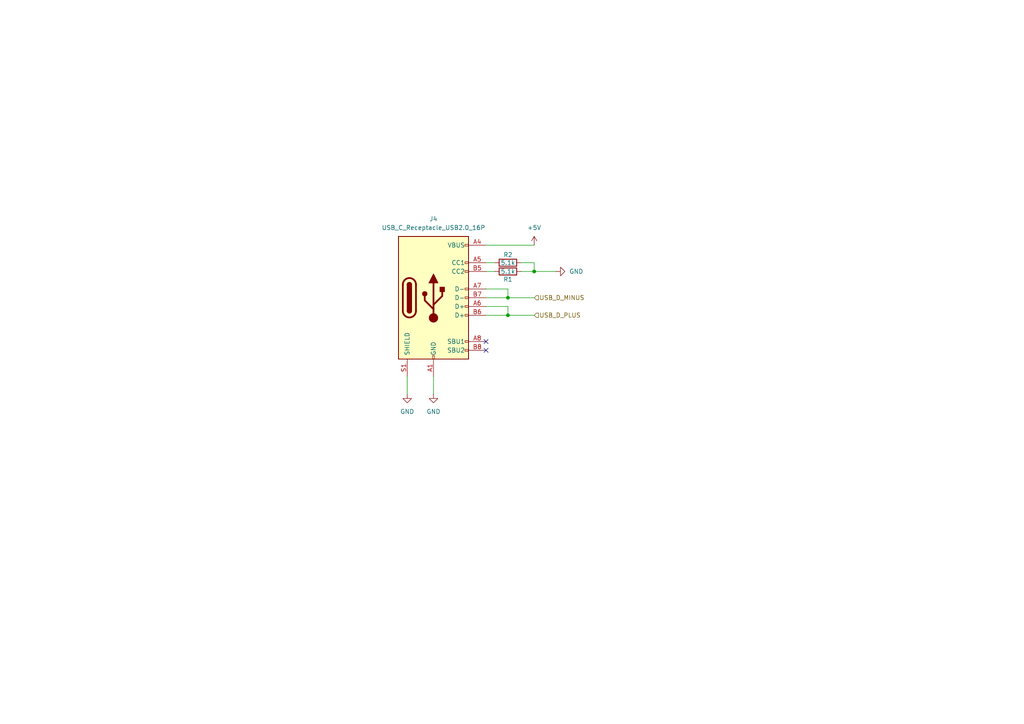
<source format=kicad_sch>
(kicad_sch (version 20250114) (generator "eeschema") (generator_version "9.0")
  (paper "A4")
  (lib_symbols
    (symbol "Connector:USB_C_Receptacle_USB2.0_16P" (pin_names (offset 1.016))
      (property "Reference" "J" (at 0 22.225 0))
      (property "Value" "USB_C_Receptacle_USB2.0_16P" (at 0 19.685 0))
      (symbol "USB_C_Receptacle_USB2.0_16P_0_0"
        (rectangle (start -0.254 -17.78) (end 0.254 -16.764))
        (rectangle (start 10.16 15.494) (end 9.144 14.986))
        (rectangle (start 10.16 10.414) (end 9.144 9.906))
        (rectangle (start 10.16 7.874) (end 9.144 7.366))
        (rectangle (start 10.16 2.794) (end 9.144 2.286))
        (rectangle (start 10.16 0.254) (end 9.144 -0.254))
        (rectangle (start 10.16 -2.286) (end 9.144 -2.794))
        (rectangle (start 10.16 -4.826) (end 9.144 -5.334))
        (rectangle (start 10.16 -12.446) (end 9.144 -12.954))
        (rectangle (start 10.16 -14.986) (end 9.144 -15.494))
      )
      (symbol "USB_C_Receptacle_USB2.0_16P_0_1"
        (rectangle (start -10.16 17.78) (end 10.16 -17.78) (stroke (width 0.254)) (fill (type background)))
        (polyline (pts (xy -8.89 -3.81) (xy -8.89 3.81)) (stroke (width 0.508)))
        (rectangle (start -7.62 -3.81) (end -6.35 3.81) (stroke (width 0.254)) (fill (type outline)))
        (arc (start -7.62 3.81) (mid -6.985 4.4423) (end -6.35 3.81) (stroke (width 0.254)))
        (arc (start -7.62 3.81) (mid -6.985 4.4423) (end -6.35 3.81) (stroke (width 0.254)) (fill (type outline)))
        (arc (start -8.89 3.81) (mid -6.985 5.7067) (end -5.08 3.81) (stroke (width 0.508)))
        (arc (start -5.08 -3.81) (mid -6.985 -5.7067) (end -8.89 -3.81) (stroke (width 0.508)))
        (arc (start -6.35 -3.81) (mid -6.985 -4.4423) (end -7.62 -3.81) (stroke (width 0.254)))
        (arc (start -6.35 -3.81) (mid -6.985 -4.4423) (end -7.62 -3.81) (stroke (width 0.254)) (fill (type outline)))
        (polyline (pts (xy -5.08 3.81) (xy -5.08 -3.81)) (stroke (width 0.508)))
        (circle (center -2.54 1.143) (radius 0.635) (stroke (width 0.254)) (fill (type outline)))
        (polyline (pts (xy -1.27 4.318) (xy 0 6.858) (xy 1.27 4.318) (xy -1.27 4.318)) (stroke (width 0.254)) (fill (type outline)))
        (polyline (pts (xy 0 -2.032) (xy 2.54 0.508) (xy 2.54 1.778)) (stroke (width 0.508)))
        (polyline (pts (xy 0 -3.302) (xy -2.54 -0.762) (xy -2.54 0.508)) (stroke (width 0.508)))
        (polyline (pts (xy 0 -5.842) (xy 0 4.318)) (stroke (width 0.508)))
        (circle (center 0 -5.842) (radius 1.27) (fill (type outline)))
        (rectangle (start 1.905 1.778) (end 3.175 3.048) (stroke (width 0.254)) (fill (type outline)))
      )
      (symbol "USB_C_Receptacle_USB2.0_16P_1_1"
        (pin passive line (at -7.62 -22.86 90) (length 5.08) (name "SHIELD") (number "S1"))
        (pin passive line (at 0 -22.86 90) (length 5.08) (name "GND") (number "A1"))
        (pin passive line (at 0 -22.86 90) (length 5.08) (hide yes) (name "GND") (number "A12"))
        (pin passive line (at 0 -22.86 90) (length 5.08) (hide yes) (name "GND") (number "B1"))
        (pin passive line (at 0 -22.86 90) (length 5.08) (hide yes) (name "GND") (number "B12"))
        (pin passive line (at 15.24 15.24 180) (length 5.08) (name "VBUS") (number "A4"))
        (pin passive line (at 15.24 15.24 180) (length 5.08) (hide yes) (name "VBUS") (number "A9"))
        (pin passive line (at 15.24 15.24 180) (length 5.08) (hide yes) (name "VBUS") (number "B4"))
        (pin passive line (at 15.24 15.24 180) (length 5.08) (hide yes) (name "VBUS") (number "B9"))
        (pin bidirectional line (at 15.24 10.16 180) (length 5.08) (name "CC1") (number "A5"))
        (pin bidirectional line (at 15.24 7.62 180) (length 5.08) (name "CC2") (number "B5"))
        (pin bidirectional line (at 15.24 2.54 180) (length 5.08) (name "D-") (number "A7"))
        (pin bidirectional line (at 15.24 0 180) (length 5.08) (name "D-") (number "B7"))
        (pin bidirectional line (at 15.24 -2.54 180) (length 5.08) (name "D+") (number "A6"))
        (pin bidirectional line (at 15.24 -5.08 180) (length 5.08) (name "D+") (number "B6"))
        (pin bidirectional line (at 15.24 -12.7 180) (length 5.08) (name "SBU1") (number "A8"))
        (pin bidirectional line (at 15.24 -15.24 180) (length 5.08) (name "SBU2") (number "B8"))
      )
    )
    (symbol "Device:R" (pin_numbers (hide yes)) (pin_names (offset 0))
      (property "Reference" "R" (at 2.032 0 90))
      (property "Value" "R" (at 0 0 90))
      (symbol "R_0_1"
        (rectangle (start -1.016 -2.54) (end 1.016 2.54) (stroke (width 0.254)))
      )
      (symbol "R_1_1"
        (pin passive line (at 0 3.81 270) (length 1.27) (name "~") (number "1"))
        (pin passive line (at 0 -3.81 90) (length 1.27) (name "~") (number "2"))
      )
    )
    (symbol "power:+5V" (power) (pin_numbers (hide yes)) (pin_names (offset 0) (hide yes))
      (property "Value" "+5V" (at 0 3.556 0))
      (symbol "+5V_0_1"
        (polyline (pts (xy -0.762 1.27) (xy 0 2.54)))
        (polyline (pts (xy 0 2.54) (xy 0.762 1.27)))
        (polyline (pts (xy 0 0) (xy 0 2.54)))
      )
      (symbol "+5V_1_1"
        (pin power_in line (at 0 0 90) (length 0) (name "~") (number "1"))
      )
    )
    (symbol "power:GND" (power) (pin_numbers (hide yes)) (pin_names (offset 0) (hide yes))
      (property "Value" "GND" (at 0 -3.81 0))
      (symbol "GND_0_1"
        (polyline (pts (xy 0 0) (xy 0 -1.27) (xy 1.27 -1.27) (xy 0 -2.54) (xy -1.27 -1.27) (xy 0 -1.27)))
      )
      (symbol "GND_1_1"
        (pin power_in line (at 0 0 270) (length 0) (name "~") (number "1"))
      )
    )
  )
  (junction (at 147.32 91.44))
  (junction (at 154.94 78.74))
  (junction (at 147.32 86.36))
  (no_connect (at 140.97 99.06))
  (no_connect (at 140.97 101.6))
  (wire (pts (xy 147.32 83.82) (xy 147.32 86.36)))
  (wire (pts (xy 140.97 86.36) (xy 147.32 86.36)))
  (wire (pts (xy 140.97 88.9) (xy 147.32 88.9)))
  (wire (pts (xy 125.73 109.22) (xy 125.73 114.3)))
  (wire (pts (xy 140.97 91.44) (xy 147.32 91.44)))
  (wire (pts (xy 140.97 76.2) (xy 143.51 76.2)))
  (wire (pts (xy 154.94 76.2) (xy 154.94 78.74)))
  (wire (pts (xy 151.13 78.74) (xy 154.94 78.74)))
  (wire (pts (xy 147.32 91.44) (xy 154.94 91.44)))
  (wire (pts (xy 154.94 78.74) (xy 161.29 78.74)))
  (wire (pts (xy 140.97 83.82) (xy 147.32 83.82)))
  (wire (pts (xy 151.13 76.2) (xy 154.94 76.2)))
  (wire (pts (xy 140.97 71.12) (xy 154.94 71.12)))
  (wire (pts (xy 118.11 109.22) (xy 118.11 114.3)))
  (wire (pts (xy 147.32 86.36) (xy 154.94 86.36)))
  (wire (pts (xy 140.97 78.74) (xy 143.51 78.74)))
  (wire (pts (xy 147.32 88.9) (xy 147.32 91.44)))
  (hierarchical_label "USB_D_PLUS" (shape input) (at 154.94 91.44 0))
  (hierarchical_label "USB_D_MINUS" (shape input) (at 154.94 86.36 0))
  (symbol (lib_id "Device:R") (at 147.32 78.74 90) (unit 1)
    (property "Reference" "R1" (at 147.32 81.026 90))
    (property "Value" "5.1k" (at 147.32 78.74 90))
    (property "Footprint" "Resistor_SMD:R_0201_0603Metric" (effects (hide yes)))
    (property "Description" "Resistor" (effects (hide yes)))
  )
  (symbol (lib_id "power:+5V") (at 154.94 71.12 0) (unit 1)
    (property "Reference" "#PWR04" (effects (hide yes)))
    (property "Value" "+5V" (at 154.94 66.04 0))
    (property "Description" "Power symbol creates a global label with name \"+5V\"" (effects (hide yes)))
  )
  (symbol (lib_id "power:GND") (at 118.11 114.3 0) (unit 1)
    (property "Reference" "#PWR03" (effects (hide yes)))
    (property "Value" "GND" (at 118.11 119.38 0))
    (property "Description" "Power symbol creates a global label with name \"GND\" , ground" (effects (hide yes)))
  )
  (symbol (lib_id "Device:R") (at 147.32 76.2 90) (unit 1)
    (property "Reference" "R2" (at 147.32 73.914 90))
    (property "Value" "5.1k" (at 147.32 76.2 90))
    (property "Footprint" "Resistor_SMD:R_0201_0603Metric" (effects (hide yes)))
    (property "Description" "Resistor" (effects (hide yes)))
  )
  (symbol (lib_id "power:GND") (at 125.73 114.3 0) (unit 1)
    (property "Reference" "#PWR01" (effects (hide yes)))
    (property "Value" "GND" (at 125.73 119.38 0))
    (property "Description" "Power symbol creates a global label with name \"GND\" , ground" (effects (hide yes)))
  )
  (symbol (lib_id "Connector:USB_C_Receptacle_USB2.0_16P") (at 125.73 86.36 0) (unit 1)
    (property "Reference" "J4" (at 125.73 63.5 0))
    (property "Value" "USB_C_Receptacle_USB2.0_16P" (at 125.73 66.04 0))
    (property "Footprint" "Connector_USB:USB_C_Receptacle_HCTL_HC-TYPE-C-16P-01A" (effects (hide yes)))
    (property "Datasheet" "https://www.usb.org/sites/default/files/documents/usb_type-c.zip" (effects (hide yes)))
    (property "Description" "USB 2.0-only 16P Type-C Receptacle connector" (effects (hide yes)))
  )
  (symbol (lib_id "power:GND") (at 161.29 78.74 90) (unit 1)
    (property "Reference" "#PWR02" (effects (hide yes)))
    (property "Value" "GND" (at 165.1 78.7399 90) (effects (justify right)))
    (property "Description" "Power symbol creates a global label with name \"GND\" , ground" (effects (hide yes)))
  )
)
</source>
